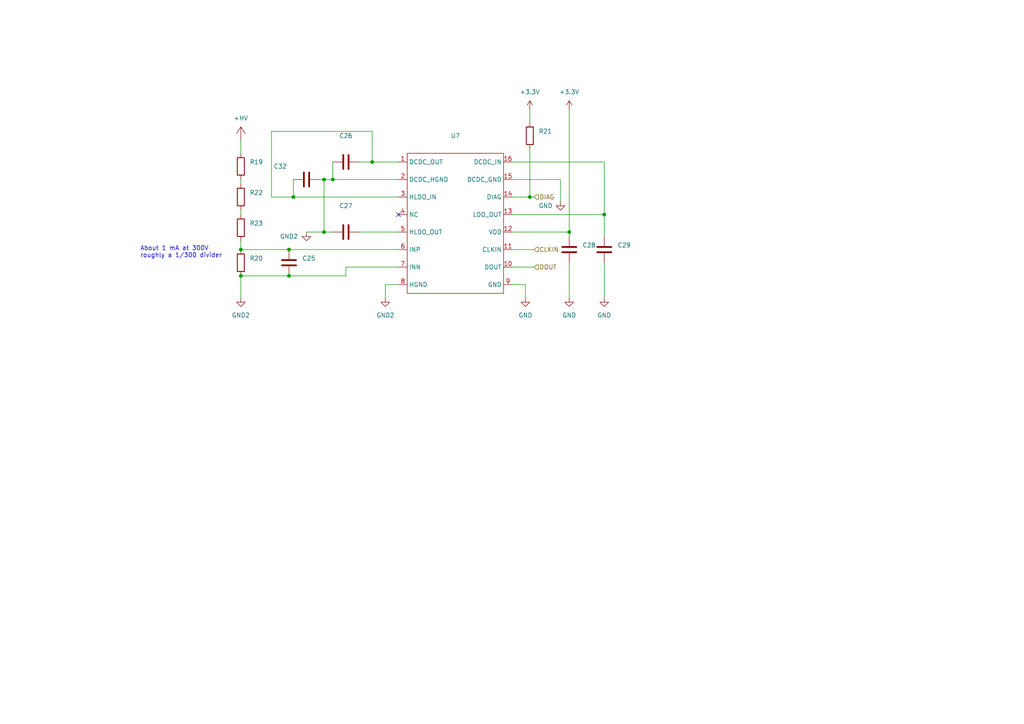
<source format=kicad_sch>
(kicad_sch (version 20211123) (generator eeschema)
  (paper "A4")
  (lib_symbols
    (symbol "+3.3V_1" (power) (pin_names (offset 0))
      (property "Value" "+3.3V_1" (at 0 3.556 0))
      (symbol "+3.3V_1_0_1"
        (polyline (pts (xy -0.762 1.27) (xy 0 2.54)))
        (polyline (pts (xy 0 0) (xy 0 2.54)))
        (polyline (pts (xy 0 2.54) (xy 0.762 1.27)))
      )
      (symbol "+3.3V_1_1_1"
        (pin power_in line (at 0 0 90) (length 0) hide (name "+3.3V") (number "1"))
      )
    )
    (symbol "Device:C" (pin_numbers hide) (pin_names (offset 0.254))
      (property "Reference" "C" (at 0.635 2.54 0))
      (property "Value" "C" (at 0.635 -2.54 0))
      (symbol "C_0_1"
        (polyline (pts (xy -2.032 -0.762) (xy 2.032 -0.762)) (stroke (width 0.508)))
        (polyline (pts (xy -2.032 0.762) (xy 2.032 0.762)) (stroke (width 0.508)))
      )
      (symbol "C_1_1"
        (pin passive line (at 0 3.81 270) (length 2.794) (name "~") (number "1"))
        (pin passive line (at 0 -3.81 90) (length 2.794) (name "~") (number "2"))
      )
    )
    (symbol "Device:R" (pin_numbers hide) (pin_names (offset 0))
      (property "Reference" "R" (at 2.032 0 90))
      (property "Value" "R" (at 0 0 90))
      (symbol "R_0_1"
        (rectangle (start -1.016 -2.54) (end 1.016 2.54) (stroke (width 0.254)))
      )
      (symbol "R_1_1"
        (pin passive line (at 0 3.81 270) (length 1.27) (name "~") (number "1"))
        (pin passive line (at 0 -3.81 90) (length 1.27) (name "~") (number "2"))
      )
    )
    (symbol "GND2_1" (power) (pin_names (offset 0))
      (property "Value" "GND2_1" (at 0 -3.81 0))
      (symbol "GND2_1_0_1"
        (polyline (pts (xy 0 0) (xy 0 -1.27) (xy 1.27 -1.27) (xy 0 -2.54) (xy -1.27 -1.27) (xy 0 -1.27)))
      )
      (symbol "GND2_1_1_1"
        (pin power_in line (at 0 0 270) (length 0) hide (name "GND2") (number "1"))
      )
    )
    (symbol "GND2_2" (power) (pin_names (offset 0))
      (property "Value" "GND2_2" (at 0 -3.81 0))
      (symbol "GND2_2_0_1"
        (polyline (pts (xy 0 0) (xy 0 -1.27) (xy 1.27 -1.27) (xy 0 -2.54) (xy -1.27 -1.27) (xy 0 -1.27)))
      )
      (symbol "GND2_2_1_1"
        (pin power_in line (at 0 0 270) (length 0) hide (name "GND2") (number "1"))
      )
    )
    (symbol "GND_1" (power) (pin_names (offset 0))
      (property "Value" "GND_1" (at 0 -3.81 0))
      (symbol "GND_1_0_1"
        (polyline (pts (xy 0 0) (xy 0 -1.27) (xy 1.27 -1.27) (xy 0 -2.54) (xy -1.27 -1.27) (xy 0 -1.27)))
      )
      (symbol "GND_1_1_1"
        (pin power_in line (at 0 0 270) (length 0) hide (name "GND") (number "1"))
      )
    )
    (symbol "GND_2" (power) (pin_names (offset 0))
      (property "Value" "GND_2" (at 0 -3.81 0))
      (symbol "GND_2_0_1"
        (polyline (pts (xy 0 0) (xy 0 -1.27) (xy 1.27 -1.27) (xy 0 -2.54) (xy -1.27 -1.27) (xy 0 -1.27)))
      )
      (symbol "GND_2_1_1"
        (pin power_in line (at 0 0 270) (length 0) hide (name "GND") (number "1"))
      )
    )
    (symbol "GND_3" (power) (pin_names (offset 0))
      (property "Value" "GND_3" (at 0 -3.81 0))
      (symbol "GND_3_0_1"
        (polyline (pts (xy 0 0) (xy 0 -1.27) (xy 1.27 -1.27) (xy 0 -2.54) (xy -1.27 -1.27) (xy 0 -1.27)))
      )
      (symbol "GND_3_1_1"
        (pin power_in line (at 0 0 270) (length 0) hide (name "GND") (number "1"))
      )
    )
    (symbol "PDHV_sym:+HV" (power) (in_bom no) (on_board no)
      (property "Value" "+HV" (at 0 5.08 0))
      (symbol "+HV_0_1"
        (polyline (pts (xy 0 0) (xy 0 3.81)))
        (polyline (pts (xy 0 3.81) (xy -1.27 1.905)))
        (polyline (pts (xy 0 3.81) (xy 1.27 1.905)))
      )
      (symbol "+HV_1_1"
        (pin power_in line (at 0 0 90) (length 2.54) hide (name "+HV") (number "1"))
      )
    )
    (symbol "PDHV_sym:AMC3336-Q1"
      (property "Reference" "U" (at -12.7 1.27 0))
      (property "Value" "AMC3336-Q1" (at 7.62 1.27 0))
      (symbol "AMC3336-Q1_0_0"
        (pin unspecified line (at -16.51 -2.54 0) (length 2.54) (name "DCDC_OUT") (number "1"))
        (pin unspecified line (at 16.51 -33.02 180) (length 2.54) (name "DOUT") (number "10"))
        (pin unspecified line (at 16.51 -27.94 180) (length 2.54) (name "CLKIN") (number "11"))
        (pin unspecified line (at 16.51 -22.86 180) (length 2.54) (name "VDD") (number "12"))
        (pin unspecified line (at 16.51 -17.78 180) (length 2.54) (name "LDO_OUT") (number "13"))
        (pin unspecified line (at 16.51 -12.7 180) (length 2.54) (name "DIAG") (number "14"))
        (pin unspecified line (at 16.51 -7.62 180) (length 2.54) (name "DCDC_GND") (number "15"))
        (pin unspecified line (at 16.51 -2.54 180) (length 2.54) (name "DCDC_IN") (number "16"))
        (pin unspecified line (at -16.51 -7.62 0) (length 2.54) (name "DCDC_HGND") (number "2"))
        (pin unspecified line (at -16.51 -12.7 0) (length 2.54) (name "HLDO_IN") (number "3"))
        (pin unspecified line (at -16.51 -17.78 0) (length 2.54) (name "NC") (number "4"))
        (pin unspecified line (at -16.51 -22.86 0) (length 2.54) (name "HLDO_OUT") (number "5"))
        (pin unspecified line (at -16.51 -27.94 0) (length 2.54) (name "INP") (number "6"))
        (pin unspecified line (at -16.51 -33.02 0) (length 2.54) (name "INN") (number "7"))
        (pin unspecified line (at -16.51 -38.1 0) (length 2.54) (name "HGND") (number "8"))
        (pin unspecified line (at 16.51 -38.1 180) (length 2.54) (name "GND") (number "9"))
      )
      (symbol "AMC3336-Q1_0_1"
        (rectangle (start -13.97 0) (end 13.97 -40.64))
      )
    )
    (symbol "power:+3.3V" (power) (pin_names (offset 0))
      (property "Value" "+3.3V" (at 0 3.556 0))
      (symbol "+3.3V_0_1"
        (polyline (pts (xy -0.762 1.27) (xy 0 2.54)))
        (polyline (pts (xy 0 0) (xy 0 2.54)))
        (polyline (pts (xy 0 2.54) (xy 0.762 1.27)))
      )
      (symbol "+3.3V_1_1"
        (pin power_in line (at 0 0 90) (length 0) hide (name "+3.3V") (number "1"))
      )
    )
    (symbol "power:GND" (power) (pin_names (offset 0))
      (property "Value" "GND" (at 0 -3.81 0))
      (symbol "GND_0_1"
        (polyline (pts (xy 0 0) (xy 0 -1.27) (xy 1.27 -1.27) (xy 0 -2.54) (xy -1.27 -1.27) (xy 0 -1.27)))
      )
      (symbol "GND_1_1"
        (pin power_in line (at 0 0 270) (length 0) hide (name "GND") (number "1"))
      )
    )
    (symbol "power:GND2" (power) (pin_names (offset 0))
      (property "Value" "GND2" (at 0 -3.81 0))
      (symbol "GND2_0_1"
        (polyline (pts (xy 0 0) (xy 0 -1.27) (xy 1.27 -1.27) (xy 0 -2.54) (xy -1.27 -1.27) (xy 0 -1.27)))
      )
      (symbol "GND2_1_1"
        (pin power_in line (at 0 0 270) (length 0) hide (name "GND2") (number "1"))
      )
    )
  )
  (junction (at 83.82 80.01))
  (junction (at 175.26 62.23))
  (junction (at 153.67 57.15))
  (junction (at 69.85 72.39))
  (junction (at 165.1 67.31))
  (junction (at 69.85 80.01))
  (junction (at 83.82 72.39))
  (junction (at 93.98 52.07))
  (junction (at 93.98 67.31))
  (junction (at 85.09 57.15))
  (junction (at 96.52 52.07))
  (junction (at 107.95 46.99))
  (no_connect (at 115.57 62.23))
  (wire (pts (xy 96.52 52.07) (xy 115.57 52.07)))
  (wire (pts (xy 152.4 82.55) (xy 152.4 86.36)))
  (wire (pts (xy 148.59 46.99) (xy 175.26 46.99)))
  (wire (pts (xy 100.33 77.47) (xy 115.57 77.47)))
  (wire (pts (xy 93.98 67.31) (xy 96.52 67.31)))
  (wire (pts (xy 69.85 52.07) (xy 69.85 53.34)))
  (wire (pts (xy 83.82 72.39) (xy 115.57 72.39)))
  (wire (pts (xy 153.67 57.15) (xy 154.94 57.15)))
  (wire (pts (xy 107.95 46.99) (xy 115.57 46.99)))
  (wire (pts (xy 92.71 52.07) (xy 93.98 52.07)))
  (wire (pts (xy 69.85 80.01) (xy 83.82 80.01)))
  (wire (pts (xy 148.59 77.47) (xy 154.94 77.47)))
  (wire (pts (xy 111.76 82.55) (xy 115.57 82.55)))
  (wire (pts (xy 165.1 31.75) (xy 165.1 67.31)))
  (wire (pts (xy 93.98 52.07) (xy 93.98 67.31)))
  (wire (pts (xy 148.59 52.07) (xy 162.56 52.07)))
  (wire (pts (xy 96.52 46.99) (xy 96.52 52.07)))
  (wire (pts (xy 93.98 52.07) (xy 96.52 52.07)))
  (wire (pts (xy 78.74 38.1) (xy 107.95 38.1)))
  (wire (pts (xy 153.67 43.18) (xy 153.67 57.15)))
  (wire (pts (xy 69.85 72.39) (xy 83.82 72.39)))
  (wire (pts (xy 175.26 76.2) (xy 175.26 86.36)))
  (wire (pts (xy 165.1 76.2) (xy 165.1 86.36)))
  (wire (pts (xy 104.14 46.99) (xy 107.95 46.99)))
  (wire (pts (xy 148.59 67.31) (xy 165.1 67.31)))
  (wire (pts (xy 148.59 57.15) (xy 153.67 57.15)))
  (wire (pts (xy 148.59 82.55) (xy 152.4 82.55)))
  (wire (pts (xy 153.67 31.75) (xy 153.67 35.56)))
  (wire (pts (xy 175.26 46.99) (xy 175.26 62.23)))
  (wire (pts (xy 85.09 57.15) (xy 85.09 52.07)))
  (wire (pts (xy 111.76 82.55) (xy 111.76 86.36)))
  (wire (pts (xy 78.74 57.15) (xy 85.09 57.15)))
  (wire (pts (xy 88.9 67.31) (xy 93.98 67.31)))
  (wire (pts (xy 162.56 52.07) (xy 162.56 58.42)))
  (wire (pts (xy 69.85 80.01) (xy 69.85 86.36)))
  (wire (pts (xy 100.33 77.47) (xy 100.33 80.01)))
  (wire (pts (xy 107.95 38.1) (xy 107.95 46.99)))
  (wire (pts (xy 69.85 69.85) (xy 69.85 72.39)))
  (wire (pts (xy 78.74 38.1) (xy 78.74 57.15)))
  (wire (pts (xy 83.82 80.01) (xy 100.33 80.01)))
  (wire (pts (xy 85.09 57.15) (xy 115.57 57.15)))
  (wire (pts (xy 104.14 67.31) (xy 115.57 67.31)))
  (wire (pts (xy 165.1 67.31) (xy 165.1 68.58)))
  (wire (pts (xy 175.26 62.23) (xy 175.26 68.58)))
  (wire (pts (xy 148.59 62.23) (xy 175.26 62.23)))
  (wire (pts (xy 69.85 60.96) (xy 69.85 62.23)))
  (wire (pts (xy 148.59 72.39) (xy 154.94 72.39)))
  (wire (pts (xy 69.85 40.64) (xy 69.85 44.45)))
  (text "About 1 mA at 300V\nroughly a 1/300 divider" (at 40.64 74.93 0) (effects (font (size 1.27 1.27)) (justify left bottom)))
  (hierarchical_label "DOUT" (shape input) (at 154.94 77.47 0))
  (hierarchical_label "DIAG" (shape input) (at 154.94 57.15 0))
  (hierarchical_label "CLKIN" (shape input) (at 154.94 72.39 0))
  (symbol (lib_id "Device:R") (at 69.85 48.26 0) (unit 1)
    (property "Reference" "R19" (at 72.39 46.9899 0) (effects (justify left)))
    (property "Digikey PN" "PRG3216P-1003-D-T5" (effects hide))
    (property "MPN" "RMCF0603FT300K" (effects hide))
  )
  (symbol (lib_name "GND_1") (lib_id "power:GND") (at 162.56 58.42 0) (unit 1)
    (property "Reference" "#PWR051" (effects hide))
    (property "Value" "GND" (at 156.21 59.69 0) (effects (justify left)))
  )
  (symbol (lib_id "Device:C") (at 100.33 46.99 90) (unit 1)
    (property "Reference" "C26" (at 100.33 39.37 90))
    (property "Voltage" "50V" (effects hide))
    (property "MPN" "CL10A105KB8NNNC" (effects hide))
  )
  (symbol (lib_id "Device:C") (at 165.1 72.39 180) (unit 1)
    (property "Reference" "C28" (at 168.91 71.1199 0) (effects (justify right)))
    (property "Voltage" "50V" (effects hide))
    (property "MPN" "CL10A105KB8NNNC" (effects hide))
  )
  (symbol (lib_id "Device:R") (at 69.85 76.2 0) (unit 1)
    (property "Reference" "R20" (at 72.39 74.9299 0) (effects (justify left)))
    (property "Digikey PN" "RMCF0603FT1K00CT-ND" (effects hide))
    (property "MPN" "RMCF0603FT1K00" (effects hide))
  )
  (symbol (lib_id "Device:C") (at 100.33 67.31 90) (unit 1)
    (property "Reference" "C27" (at 100.33 59.69 90))
    (property "Voltage" "50V" (effects hide))
    (property "MPN" "CL10B104KB8NNWC" (effects hide))
  )
  (symbol (lib_name "+3.3V_1") (lib_id "power:+3.3V") (at 165.1 31.75 0) (unit 1)
    (property "Reference" "#PWR052" (effects hide))
    (property "Value" "+3.3V" (at 165.1 26.67 0))
  )
  (symbol (lib_name "GND2_1") (lib_id "power:GND2") (at 88.9 67.31 0) (unit 1)
    (property "Reference" "#PWR047" (effects hide))
    (property "Value" "GND2" (at 83.82 68.58 0))
  )
  (symbol (lib_id "Device:R") (at 69.85 57.15 0) (unit 1)
    (property "Reference" "R22" (at 72.39 55.8799 0) (effects (justify left)))
    (property "Digikey PN" "PRG3216P-1003-D-T5" (effects hide))
    (property "MPN" "RMCF0603FT300K" (effects hide))
  )
  (symbol (lib_id "power:+3.3V") (at 153.67 31.75 0) (unit 1)
    (property "Reference" "#PWR050" (effects hide))
    (property "Value" "+3.3V" (at 153.67 26.67 0))
  )
  (symbol (lib_id "PDHV_sym:AMC3336-Q1") (at 132.08 44.45 0) (unit 1)
    (property "Reference" "U7" (at 132.08 39.37 0))
    (property "MPN" "AMC3336-Q1" (effects hide))
  )
  (symbol (lib_name "GND_2") (lib_id "power:GND") (at 165.1 86.36 0) (unit 1)
    (property "Reference" "#PWR053" (effects hide))
    (property "Value" "GND" (at 165.1 91.44 0))
  )
  (symbol (lib_id "Device:R") (at 153.67 39.37 0) (unit 1)
    (property "Reference" "R21" (at 156.21 38.0999 0) (effects (justify left)))
    (property "Digikey PN" "311-4.70KHRCT-ND" (effects hide))
    (property "MPN" "RC0603FR-074K7L" (effects hide))
  )
  (symbol (lib_id "Device:C") (at 83.82 76.2 0) (unit 1)
    (property "Reference" "C25" (at 87.63 74.9299 0) (effects (justify left)))
    (property "MPN" "CL10B102KB8NNWC" (effects hide))
  )
  (symbol (lib_id "power:GND2") (at 111.76 86.36 0) (unit 1)
    (property "Reference" "#PWR048" (effects hide))
    (property "Value" "GND2" (at 111.76 91.44 0))
  )
  (symbol (lib_id "Device:C") (at 88.9 52.07 90) (unit 1)
    (property "Reference" "C32" (at 81.28 48.26 90))
    (property "Voltage" "50V" (effects hide))
    (property "MPN" "CL10B104KB8NNWC" (effects hide))
  )
  (symbol (lib_id "PDHV_sym:+HV") (at 69.85 40.64 0) (unit 1) (in_bom no) (on_board no)
    (property "Reference" "#PWR045" (effects hide))
    (property "Value" "+HV" (at 69.85 34.29 0))
  )
  (symbol (lib_name "GND2_2") (lib_id "power:GND2") (at 69.85 86.36 0) (unit 1)
    (property "Reference" "#PWR046" (effects hide))
    (property "Value" "GND2" (at 69.85 91.44 0))
  )
  (symbol (lib_name "GND_3") (lib_id "power:GND") (at 152.4 86.36 0) (unit 1)
    (property "Reference" "#PWR049" (effects hide))
    (property "Value" "GND" (at 152.4 91.44 0))
  )
  (symbol (lib_id "Device:C") (at 175.26 72.39 180) (unit 1)
    (property "Reference" "C29" (at 179.07 71.1199 0) (effects (justify right)))
    (property "Voltage" "50V" (effects hide))
    (property "MPN" "CL10B104KB8NNWC" (effects hide))
  )
  (symbol (lib_id "power:GND") (at 175.26 86.36 0) (unit 1)
    (property "Reference" "#PWR054" (effects hide))
    (property "Value" "GND" (at 175.26 91.44 0))
  )
  (symbol (lib_id "Device:R") (at 69.85 66.04 0) (unit 1)
    (property "Reference" "R23" (at 72.39 64.7699 0) (effects (justify left)))
    (property "Digikey PN" "PRG3216P-1003-D-T5" (effects hide))
    (property "MPN" "RMCF0603FT300K" (effects hide))
  )
)
</source>
